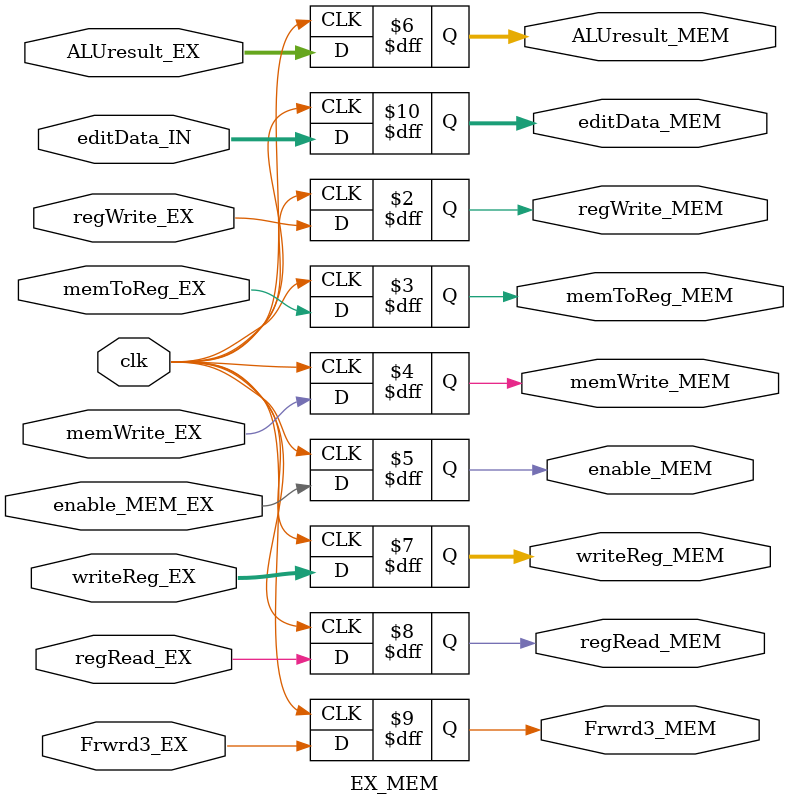
<source format=v>
module EX_MEM( 
    input clk,
    input wire regWrite_EX,
    input wire memToReg_EX ,
    input wire memWrite_EX ,
    input wire enable_MEM_EX ,
    input wire [31:0] ALUresult_EX ,
    input wire [4:0] writeReg_EX ,
    input wire regRead_EX ,
    input wire Frwrd3_EX ,
    input wire [31:0] editData_IN,

    output reg regWrite_MEM,
    output reg memToReg_MEM ,
    output reg memWrite_MEM ,
    output reg enable_MEM ,
    output reg [31:0] ALUresult_MEM ,
    output reg [4:0] writeReg_MEM ,
    output reg regRead_MEM ,
    output reg Frwrd3_MEM ,
    output reg [31:0] editData_MEM 
   );
   
	always @(posedge clk) begin	
		regWrite_MEM <= regWrite_EX;
		memToReg_MEM <= memToReg_EX;
		memWrite_MEM <= memWrite_EX;
		enable_MEM <= enable_MEM_EX;
		ALUresult_MEM <= ALUresult_EX;
		writeReg_MEM <= writeReg_EX;
		regRead_MEM <= regRead_EX;
		Frwrd3_MEM <= Frwrd3_EX;
		editData_MEM <= editData_IN ;
	end
endmodule
</source>
